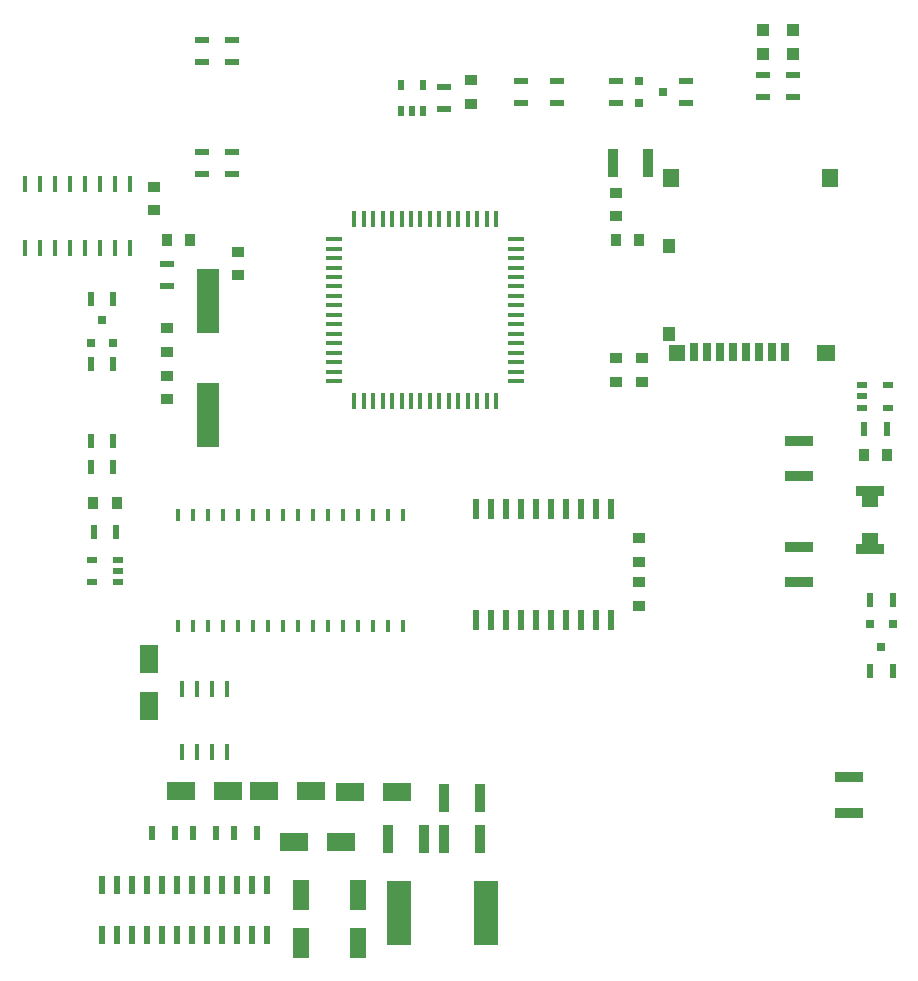
<source format=gtp>
G04 #@! TF.FileFunction,Paste,Top*
%FSLAX46Y46*%
G04 Gerber Fmt 4.6, Leading zero omitted, Abs format (unit mm)*
G04 Created by KiCad (PCBNEW 4.0.6-e0-6349~53~ubuntu16.04.1) date Thu Aug 24 14:07:56 2017*
%MOMM*%
%LPD*%
G01*
G04 APERTURE LIST*
%ADD10C,0.100000*%
%ADD11R,0.850000X2.350000*%
%ADD12R,0.612000X1.800000*%
%ADD13R,0.307200X1.120000*%
%ADD14R,0.650000X1.530000*%
%ADD15R,1.450000X1.350000*%
%ADD16R,1.550000X1.350000*%
%ADD17R,1.140000X1.150000*%
%ADD18R,1.140000X1.250000*%
%ADD19R,1.350000X1.550000*%
%ADD20R,1.950580X5.450700*%
%ADD21R,0.400000X1.350000*%
%ADD22R,1.350000X0.400000*%
%ADD23R,1.150000X0.550000*%
%ADD24R,1.100000X0.850000*%
%ADD25R,0.850000X1.100000*%
%ADD26R,2.350000X0.850000*%
%ADD27R,1.351140X2.550020*%
%ADD28R,0.910000X0.500000*%
%ADD29R,0.500000X0.910000*%
%ADD30R,0.450000X1.400000*%
%ADD31R,0.550000X1.150000*%
%ADD32R,0.650100X0.650100*%
%ADD33R,0.450000X1.350000*%
%ADD34R,2.349360X1.650860*%
%ADD35R,1.650860X2.349360*%
%ADD36R,2.150000X5.450000*%
%ADD37R,1.048880X1.048880*%
%ADD38R,0.610000X1.650000*%
%ADD39R,1.450000X1.250000*%
G04 APERTURE END LIST*
D10*
D11*
X96000000Y-126750000D03*
X99000000Y-126750000D03*
D12*
X110140000Y-102250000D03*
X108870000Y-102250000D03*
X107600000Y-102250000D03*
X106330000Y-102250000D03*
X105060000Y-102250000D03*
X103790000Y-102250000D03*
X102520000Y-102250000D03*
X101250000Y-102250000D03*
X99980000Y-102250000D03*
X98710000Y-102250000D03*
X98710000Y-111650000D03*
X99980000Y-111650000D03*
X101250000Y-111650000D03*
X102520000Y-111650000D03*
X103790000Y-111650000D03*
X105060000Y-111650000D03*
X106330000Y-111650000D03*
X107600000Y-111650000D03*
X108870000Y-111650000D03*
X110140000Y-111650000D03*
D13*
X77285000Y-112199000D03*
X78555000Y-112199000D03*
X79825000Y-112199000D03*
X81095000Y-112199000D03*
X82365000Y-112199000D03*
X87445000Y-112199000D03*
X88715000Y-112199000D03*
X89985000Y-112199000D03*
X91255000Y-112199000D03*
X92525000Y-112199000D03*
X92525000Y-102801000D03*
X91255000Y-102801000D03*
X89985000Y-102801000D03*
X88715000Y-102801000D03*
X87445000Y-102801000D03*
X82365000Y-102801000D03*
X81095000Y-102801000D03*
X79825000Y-102801000D03*
X78555000Y-102801000D03*
X77285000Y-102801000D03*
X76015000Y-102801000D03*
X74745000Y-102801000D03*
X73475000Y-102801000D03*
X86175000Y-102801000D03*
X84905000Y-102801000D03*
X83635000Y-102801000D03*
X86175000Y-112199000D03*
X84905000Y-112199000D03*
X83635000Y-112199000D03*
X76015000Y-112199000D03*
X74745000Y-112199000D03*
X73475000Y-112199000D03*
D14*
X117100000Y-89000000D03*
X118200000Y-89000000D03*
X119300000Y-89000000D03*
X120400000Y-89000000D03*
X121500000Y-89000000D03*
X122600000Y-89000000D03*
X123700000Y-89000000D03*
X124800000Y-89000000D03*
D15*
X115700000Y-89090000D03*
D16*
X128350000Y-89090000D03*
D17*
X115055000Y-87440000D03*
D18*
X115055000Y-80040000D03*
D19*
X115160000Y-74240000D03*
X128660000Y-74240000D03*
D20*
X76000000Y-84651140D03*
X76000000Y-94348860D03*
D21*
X100374529Y-77750019D03*
X99574529Y-77750019D03*
X98774529Y-77750019D03*
X97974529Y-77750019D03*
X97174529Y-77750019D03*
X96374529Y-77750019D03*
X95574529Y-77750019D03*
X94774529Y-77750019D03*
X93974529Y-77750019D03*
X93174529Y-77750019D03*
X92374529Y-77750019D03*
X91574529Y-77750019D03*
X90774529Y-77750019D03*
X89974529Y-77750019D03*
X89174529Y-77750019D03*
X88374529Y-77750019D03*
D22*
X86674529Y-79450019D03*
X86674529Y-80250019D03*
X86674529Y-81050019D03*
X86674529Y-81850019D03*
X86674529Y-82650019D03*
X86674529Y-83450019D03*
X86674529Y-84250019D03*
X86674529Y-85050019D03*
X86674529Y-85850019D03*
X86674529Y-86650019D03*
X86674529Y-87450019D03*
X86674529Y-88250019D03*
X86674529Y-89050019D03*
X86674529Y-89850019D03*
X86674529Y-90650019D03*
X86674529Y-91450019D03*
D21*
X88374529Y-93150019D03*
X89174529Y-93150019D03*
X89974529Y-93150019D03*
X90774529Y-93150019D03*
X91574529Y-93150019D03*
X92374529Y-93150019D03*
X93174529Y-93150019D03*
X93974529Y-93150019D03*
X94774529Y-93150019D03*
X95574529Y-93150019D03*
X96374529Y-93150019D03*
X97174529Y-93150019D03*
X97974529Y-93150019D03*
X98774529Y-93150019D03*
X99574529Y-93150019D03*
X100374529Y-93150019D03*
D22*
X102074529Y-91450019D03*
X102074529Y-90650019D03*
X102074529Y-89850019D03*
X102074529Y-89050019D03*
X102074529Y-88250019D03*
X102074529Y-87450019D03*
X102074529Y-86650019D03*
X102074529Y-85850019D03*
X102074529Y-85050019D03*
X102074529Y-84250019D03*
X102074529Y-83450019D03*
X102074529Y-82650019D03*
X102074529Y-81850019D03*
X102074529Y-81050019D03*
X102074529Y-80250019D03*
X102074529Y-79450019D03*
D23*
X72500000Y-81550000D03*
X72500000Y-83450000D03*
D24*
X110500000Y-91500000D03*
X110500000Y-89500000D03*
X78500000Y-80500000D03*
X78500000Y-82500000D03*
X112500000Y-106750000D03*
X112500000Y-104750000D03*
D25*
X74500000Y-79500000D03*
X72500000Y-79500000D03*
D24*
X72500000Y-89000000D03*
X72500000Y-87000000D03*
X72500000Y-91000000D03*
X72500000Y-93000000D03*
X110500000Y-75500000D03*
X110500000Y-77500000D03*
D25*
X110500000Y-79500000D03*
X112500000Y-79500000D03*
D11*
X113250000Y-73000000D03*
X110250000Y-73000000D03*
D25*
X68250000Y-101750000D03*
X66250000Y-101750000D03*
D24*
X98250000Y-68000000D03*
X98250000Y-66000000D03*
D25*
X131500000Y-97750000D03*
X133500000Y-97750000D03*
D11*
X99000000Y-130250000D03*
X96000000Y-130250000D03*
X91250000Y-130250000D03*
X94250000Y-130250000D03*
D26*
X130250000Y-128000000D03*
X130250000Y-125000000D03*
D27*
X88650300Y-139000000D03*
X83849700Y-139000000D03*
D26*
X126000000Y-99500000D03*
X126000000Y-96500000D03*
D28*
X68350000Y-108500000D03*
X68350000Y-107550000D03*
X68350000Y-106600000D03*
X66150000Y-106600000D03*
X66150000Y-108500000D03*
D29*
X92300000Y-68600000D03*
X93250000Y-68600000D03*
X94200000Y-68600000D03*
X94200000Y-66400000D03*
X92300000Y-66400000D03*
D28*
X131400000Y-91800000D03*
X131400000Y-92750000D03*
X131400000Y-93700000D03*
X133600000Y-93700000D03*
X133600000Y-91800000D03*
D30*
X77607876Y-117490452D03*
X76337876Y-117490452D03*
X75067876Y-117490452D03*
X73797876Y-117490452D03*
X73797876Y-122890452D03*
X75067876Y-122890452D03*
X76337876Y-122890452D03*
X77607876Y-122890452D03*
D31*
X76652876Y-129690452D03*
X74752876Y-129690452D03*
D23*
X75500000Y-62550000D03*
X75500000Y-64450000D03*
X78000000Y-62550000D03*
X78000000Y-64450000D03*
X75500000Y-73950000D03*
X75500000Y-72050000D03*
D31*
X80102876Y-129690452D03*
X78202876Y-129690452D03*
X73152876Y-129690452D03*
X71252876Y-129690452D03*
D32*
X66050000Y-88250760D03*
X67950000Y-88250760D03*
X67000000Y-86251780D03*
X112499240Y-66050000D03*
X112499240Y-67950000D03*
X114498220Y-67000000D03*
X133950000Y-111999240D03*
X132050000Y-111999240D03*
X133000000Y-113998220D03*
D31*
X66050000Y-84500000D03*
X67950000Y-84500000D03*
D23*
X116500000Y-66050000D03*
X116500000Y-67950000D03*
D31*
X133950000Y-116000000D03*
X132050000Y-116000000D03*
X67950000Y-90000000D03*
X66050000Y-90000000D03*
D23*
X110500000Y-67950000D03*
X110500000Y-66050000D03*
D31*
X132050000Y-110000000D03*
X133950000Y-110000000D03*
D23*
X78000000Y-72050000D03*
X78000000Y-73950000D03*
D33*
X69345000Y-74800000D03*
X68075000Y-74800000D03*
X66805000Y-74800000D03*
X65535000Y-74800000D03*
X64265000Y-74800000D03*
X62995000Y-74800000D03*
X61725000Y-74800000D03*
X60455000Y-74800000D03*
X60455000Y-80200000D03*
X61725000Y-80200000D03*
X62995000Y-80200000D03*
X64265000Y-80200000D03*
X65535000Y-80200000D03*
X66805000Y-80200000D03*
X68075000Y-80200000D03*
X69345000Y-80200000D03*
D34*
X91998980Y-126250000D03*
X88001020Y-126250000D03*
X80703896Y-126190452D03*
X84701856Y-126190452D03*
X73703896Y-126190452D03*
X77701856Y-126190452D03*
D35*
X71000000Y-118998980D03*
X71000000Y-115001020D03*
D36*
X99561752Y-136495248D03*
X92161752Y-136495248D03*
D24*
X112750000Y-91500000D03*
X112750000Y-89500000D03*
D37*
X123000000Y-61700980D03*
X123000000Y-63799020D03*
X125500000Y-61700980D03*
X125500000Y-63799020D03*
D23*
X123000000Y-65550000D03*
X123000000Y-67450000D03*
X125500000Y-65550000D03*
X125500000Y-67450000D03*
D31*
X67950000Y-98750000D03*
X66050000Y-98750000D03*
D23*
X105500000Y-67950000D03*
X105500000Y-66050000D03*
D31*
X66050000Y-96500000D03*
X67950000Y-96500000D03*
D23*
X102500000Y-67950000D03*
X102500000Y-66050000D03*
D24*
X112500000Y-108500000D03*
X112500000Y-110500000D03*
X71400000Y-77000000D03*
X71400000Y-75000000D03*
D27*
X88650300Y-135000000D03*
X83849700Y-135000000D03*
D34*
X87247960Y-130500000D03*
X83250000Y-130500000D03*
D38*
X67000000Y-138365000D03*
X67000000Y-134165000D03*
X68270000Y-138365000D03*
X68270000Y-134165000D03*
X69540000Y-138365000D03*
X69540000Y-134165000D03*
X70810000Y-138365000D03*
X70810000Y-134165000D03*
X72080000Y-138365000D03*
X72080000Y-134165000D03*
X73350000Y-138365000D03*
X73350000Y-134165000D03*
X74620000Y-138365000D03*
X74620000Y-134165000D03*
X75890000Y-138365000D03*
X75890000Y-134165000D03*
X77160000Y-138365000D03*
X77160000Y-134165000D03*
X78430000Y-138365000D03*
X78430000Y-134165000D03*
X79700000Y-138365000D03*
X79700000Y-134165000D03*
X80970000Y-138365000D03*
X80970000Y-134165000D03*
D26*
X126000000Y-105500000D03*
X126000000Y-108500000D03*
D31*
X66300000Y-104250000D03*
X68200000Y-104250000D03*
D23*
X96000000Y-66550000D03*
X96000000Y-68450000D03*
D31*
X133450000Y-95500000D03*
X131550000Y-95500000D03*
D26*
X132000000Y-105700000D03*
X132000000Y-100800000D03*
D39*
X132000000Y-104950000D03*
X132000000Y-101550000D03*
M02*

</source>
